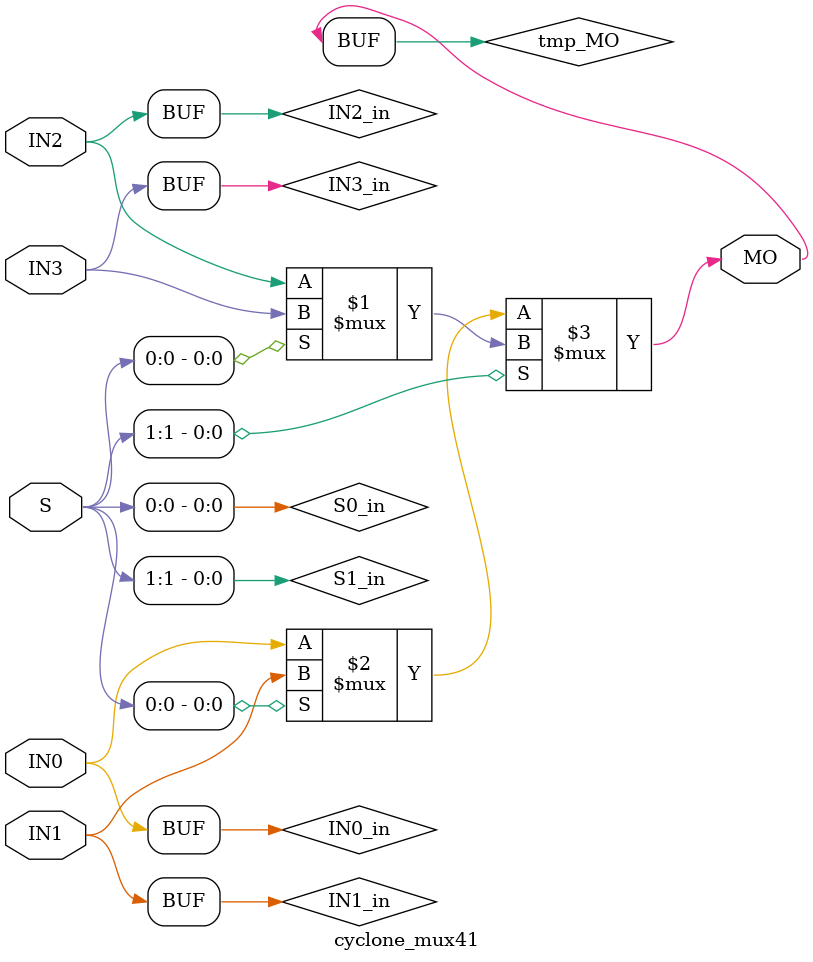
<source format=v>
module cyclone_mux41 (MO, IN0, IN1, IN2, IN3, S);
   input IN0;
   input IN1;
   input IN2;
   input IN3;
   input [1:0] S;
   output MO;
   wire IN0_in;
   wire IN1_in;
   wire IN2_in;
   wire IN3_in;
   wire S1_in;
   wire S0_in;
   buf(IN0_in, IN0);
   buf(IN1_in, IN1);
   buf(IN2_in, IN2);
   buf(IN3_in, IN3);
   buf(S1_in, S[1]);
   buf(S0_in, S[0]);
   wire   tmp_MO;
   specify
      (IN0 => MO) = (0, 0);
      (IN1 => MO) = (0, 0);
      (IN2 => MO) = (0, 0);
      (IN3 => MO) = (0, 0);
      (S[1] => MO) = (0, 0);
      (S[0] => MO) = (0, 0);
   endspecify
   assign tmp_MO = S1_in ? (S0_in ? IN3_in : IN2_in) : (S0_in ? IN1_in : IN0_in);
   buf (MO, tmp_MO);
endmodule
</source>
